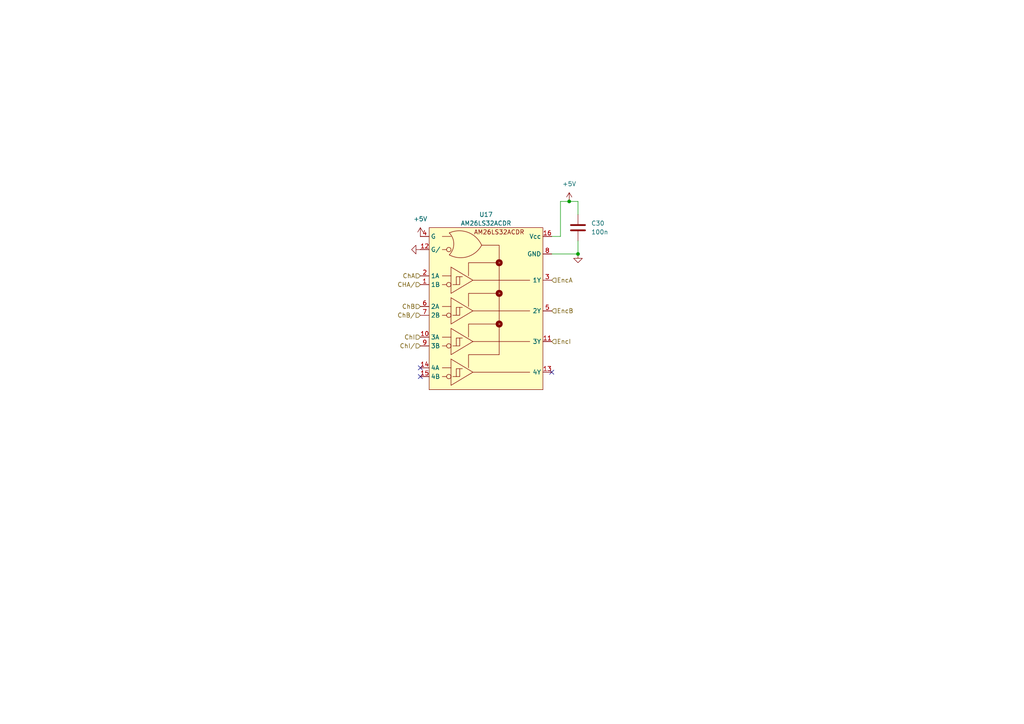
<source format=kicad_sch>
(kicad_sch (version 20250114) (generator "eeschema") (generator_version "9.0")
  (paper "A4")
  (lib_symbols
    (symbol "AM26LS32Ax:AM26LS32ACDR"
      (property "Reference" "U" (at 0 -22.86 0))
      (symbol "AM26LS32ACDR_0_1"
        (polyline (pts (xy -16.51 12.7) (xy -16.51 12.7)))
        (arc (start -10.668 23.876) (mid -9.3529 20.701) (end -10.668 17.526))
        (polyline (pts (xy -12.7 22.86) (xy -10.16 22.86)))
        (polyline (pts (xy -12.7 8.89) (xy -11.43 8.89)))
        (polyline (pts (xy -12.7 0) (xy -11.43 0)))
        (polyline (pts (xy -12.7 -8.89) (xy -11.43 -8.89)))
        (polyline (pts (xy -12.7 -17.78) (xy -11.43 -17.78)))
        (polyline (pts (xy -11.43 19.05) (xy -12.7 19.05)))
        (circle (center -10.795 19.05) (radius 0.635))
        (circle (center -10.795 8.89) (radius 0.635))
        (circle (center -10.795 0) (radius 0.635))
        (circle (center -10.795 -8.89) (radius 0.635))
        (circle (center -10.795 -17.78) (radius 0.635))
        (polyline (pts (xy -10.16 13.97) (xy -10.16 6.35) (xy -3.81 10.16) (xy -10.16 13.97)))
        (polyline (pts (xy -10.16 11.43) (xy -12.7 11.43)))
        (polyline (pts (xy -10.16 5.08) (xy -10.16 -2.54) (xy -3.81 1.27) (xy -10.16 5.08)))
        (polyline (pts (xy -10.16 2.54) (xy -12.7 2.54)))
        (polyline (pts (xy -10.16 -3.81) (xy -10.16 -11.43) (xy -3.81 -7.62) (xy -10.16 -3.81)))
        (polyline (pts (xy -10.16 -6.35) (xy -12.7 -6.35)))
        (polyline (pts (xy -10.16 -12.7) (xy -10.16 -20.32) (xy -3.81 -16.51) (xy -10.16 -12.7)))
        (polyline (pts (xy -10.16 -15.24) (xy -12.7 -15.24)))
        (arc (start -10.668 23.876) (mid -5.2325 24.0444) (end -1.27 20.32))
        (arc (start -1.27 20.32) (mid -5.3903 16.9767) (end -10.668 17.526))
        (polyline (pts (xy -3.81 10.16) (xy 11.43 10.16) (xy 12.7 10.16)))
        (polyline (pts (xy -3.81 1.27) (xy 11.43 1.27) (xy 12.7 1.27)))
        (polyline (pts (xy -3.81 -7.62) (xy 12.7 -7.62) (xy 12.7 -7.62)))
        (polyline (pts (xy -3.81 -16.51) (xy 12.7 -16.51) (xy 12.7 -16.51)))
        (polyline (pts (xy -1.27 20.32) (xy 3.81 20.32) (xy 3.81 -11.43)))
        (polyline (pts (xy 3.81 15.24) (xy -5.08 15.24) (xy -5.08 11.43)))
        (circle (center 3.81 15.24) (radius 0.0001))
        (polyline (pts (xy 3.81 6.35) (xy -5.08 6.35) (xy -5.08 2.54)))
        (polyline (pts (xy 3.81 -2.54) (xy -5.08 -2.54) (xy -5.08 -6.35)))
        (polyline (pts (xy 3.81 -11.43) (xy -5.08 -11.43) (xy -5.08 -15.24)))
      )
      (symbol "AM26LS32ACDR_1_1"
        (rectangle (start -16.51 25.4) (end 16.51 -21.59) (fill (type color) (color 255 255 194 1)))
        (polyline (pts (xy -8.636 8.89) (xy -7.62 8.89) (xy -7.62 11.176)))
        (polyline (pts (xy -8.636 0) (xy -7.62 0) (xy -7.62 2.286)))
        (polyline (pts (xy -8.636 -8.89) (xy -7.62 -8.89) (xy -7.62 -6.604)))
        (polyline (pts (xy -8.636 -17.78) (xy -7.62 -17.78) (xy -7.62 -15.494)))
        (polyline (pts (xy -6.858 11.176) (xy -8.636 11.176) (xy -8.636 8.89) (xy -9.652 8.89)))
        (polyline (pts (xy -6.858 2.286) (xy -8.636 2.286) (xy -8.636 0) (xy -9.652 0)))
        (polyline (pts (xy -6.858 -6.604) (xy -8.636 -6.604) (xy -8.636 -8.89) (xy -9.652 -8.89)))
        (polyline (pts (xy -6.858 -15.494) (xy -8.636 -15.494) (xy -8.636 -17.78) (xy -9.652 -17.78)))
        (circle (center 3.81 15.24) (radius 0.254) (stroke (width 0.762)))
        (circle (center 3.81 6.35) (radius 0.254) (stroke (width 0.762)))
        (circle (center 3.81 -2.54) (radius 0.254) (stroke (width 0.762)))
        (text "AM26LS32ACDR" (at 3.81 24.13 0) (effects (font (size 1.27 1.27))))
        (pin input line (at -19.05 22.86 0) (length 2.54) (name "G") (number "4"))
        (pin input line (at -19.05 19.05 0) (length 2.54) (name "G/") (number "12"))
        (pin input line (at -19.05 11.43 0) (length 2.54) (name "1A") (number "2"))
        (pin input line (at -19.05 8.89 0) (length 2.54) (name "1B") (number "1"))
        (pin input line (at -19.05 2.54 0) (length 2.54) (name "2A") (number "6"))
        (pin input line (at -19.05 0 0) (length 2.54) (name "2B") (number "7"))
        (pin input line (at -19.05 -6.35 0) (length 2.54) (name "3A") (number "10"))
        (pin input line (at -19.05 -8.89 0) (length 2.54) (name "3B") (number "9"))
        (pin input line (at -19.05 -15.24 0) (length 2.54) (name "4A") (number "14"))
        (pin input line (at -19.05 -17.78 0) (length 2.54) (name "4B") (number "15"))
        (pin power_in line (at 19.05 22.86 180) (length 2.54) (name "Vcc") (number "16"))
        (pin power_in line (at 19.05 17.78 180) (length 2.54) (name "GND") (number "8"))
        (pin output line (at 19.05 10.16 180) (length 2.54) (name "1Y") (number "3"))
        (pin output line (at 19.05 1.27 180) (length 2.54) (name "2Y") (number "5"))
        (pin output line (at 19.05 -7.62 180) (length 2.54) (name "3Y") (number "11"))
        (pin output line (at 19.05 -16.51 180) (length 2.54) (name "4Y") (number "13"))
      )
    )
    (symbol "Device:C" (pin_numbers (hide yes)) (pin_names (offset 0.254))
      (property "Reference" "C" (at 0.635 2.54 0))
      (property "Value" "C" (at 0.635 -2.54 0))
      (symbol "C_0_1"
        (polyline (pts (xy -2.032 0.762) (xy 2.032 0.762)) (stroke (width 0.508)))
        (polyline (pts (xy -2.032 -0.762) (xy 2.032 -0.762)) (stroke (width 0.508)))
      )
      (symbol "C_1_1"
        (pin passive line (at 0 3.81 270) (length 2.794) (name "~") (number "1"))
        (pin passive line (at 0 -3.81 90) (length 2.794) (name "~") (number "2"))
      )
    )
    (symbol "power:+5V" (power) (pin_numbers (hide yes)) (pin_names (offset 0) (hide yes))
      (property "Value" "+5V" (at 0 3.556 0))
      (symbol "+5V_0_1"
        (polyline (pts (xy -0.762 1.27) (xy 0 2.54)))
        (polyline (pts (xy 0 2.54) (xy 0.762 1.27)))
        (polyline (pts (xy 0 0) (xy 0 2.54)))
      )
      (symbol "+5V_1_1"
        (pin power_in line (at 0 0 90) (length 0) (name "~") (number "1"))
      )
    )
    (symbol "power:GND" (power) (pin_numbers (hide yes)) (pin_names (offset 0) (hide yes))
      (property "Value" "GND" (at 0 -3.81 0))
      (symbol "GND_0_1"
        (polyline (pts (xy 0 0) (xy 0 -1.27) (xy 1.27 -1.27) (xy 0 -2.54) (xy -1.27 -1.27) (xy 0 -1.27)))
      )
      (symbol "GND_1_1"
        (pin power_in line (at 0 0 270) (length 0) (name "~") (number "1"))
      )
    )
  )
  (junction (at 165.1 58.42))
  (junction (at 167.64 73.66))
  (no_connect (at 160.02 107.95))
  (no_connect (at 121.92 109.22))
  (no_connect (at 121.92 106.68))
  (wire (pts (xy 162.56 68.58) (xy 160.02 68.58)))
  (wire (pts (xy 167.64 58.42) (xy 165.1 58.42)))
  (wire (pts (xy 167.64 73.66) (xy 160.02 73.66)))
  (wire (pts (xy 165.1 58.42) (xy 162.56 58.42)))
  (wire (pts (xy 162.56 58.42) (xy 162.56 68.58)))
  (wire (pts (xy 167.64 69.85) (xy 167.64 73.66)))
  (wire (pts (xy 167.64 62.23) (xy 167.64 58.42)))
  (hierarchical_label "ChB{slash}" (shape input) (at 121.92 91.44 180))
  (hierarchical_label "ChI" (shape input) (at 121.92 97.79 180))
  (hierarchical_label "ChI{slash}" (shape input) (at 121.92 100.33 180))
  (hierarchical_label "CHA{slash}" (shape input) (at 121.92 82.55 180))
  (hierarchical_label "ChA" (shape input) (at 121.92 80.01 180))
  (hierarchical_label "EncB" (shape input) (at 160.02 90.17 0))
  (hierarchical_label "EncI" (shape input) (at 160.02 99.06 0))
  (hierarchical_label "EncA" (shape input) (at 160.02 81.28 0))
  (hierarchical_label "ChB" (shape input) (at 121.92 88.9 180))
  (symbol (lib_id "AM26LS32Ax:AM26LS32ACDR") (at 140.97 91.44 0) (unit 1)
    (property "Reference" "U16" (at 140.97 62.23 0))
    (property "Value" "AM26LS32ACDR" (at 140.97 64.77 0))
    (property "Footprint" "Package_SO:SOIC-16_3.9x9.9mm_P1.27mm" (effects (hide yes)))
    (property "Datasheet" "https://www.ti.com/lit/ds/symlink/am26ls32a.pdf?ts=1749891056023&ref_url=https%253A%252F%252Feu.mouser.com%252F" (effects (hide yes)))
    (instances (project "DRV8701_2Motors" (path "" (reference "U17") (unit 1)) (path "" (reference "U16") (unit 1))))
  )
  (symbol (lib_id "Device:C") (at 167.64 66.04 0) (unit 1)
    (property "Reference" "C29" (at 171.45 64.7699 0) (effects (justify left)))
    (property "Value" "100n" (at 171.45 67.3099 0) (effects (justify left)))
    (property "Footprint" "Capacitor_SMD:C_0402_1005Metric" (effects (hide yes)))
    (property "Description" "Unpolarized capacitor" (effects (hide yes)))
    (instances (project "DRV8701_2Motors" (path "" (reference "C30") (unit 1)) (path "" (reference "C29") (unit 1))))
  )
  (symbol (lib_id "power:GND") (at 167.64 73.66 0) (unit 1)
    (property "Reference" "#PWR059" (effects (hide yes)))
    (property "Value" "GND" (effects (hide yes)))
    (property "Description" "Power symbol creates a global label with name \"GND\" , ground" (effects (hide yes)))
    (instances (project "DRV8701_2Motors" (path "" (reference "#PWR063") (unit 1)) (path "" (reference "#PWR059") (unit 1))))
  )
  (symbol (lib_id "power:GND") (at 121.92 72.39 270) (unit 1)
    (property "Reference" "#PWR057" (effects (hide yes)))
    (property "Value" "GND" (effects (hide yes)))
    (property "Description" "Power symbol creates a global label with name \"GND\" , ground" (effects (hide yes)))
    (instances (project "DRV8701_2Motors" (path "" (reference "#PWR061") (unit 1)) (path "" (reference "#PWR057") (unit 1))))
  )
  (symbol (lib_id "power:+5V") (at 121.92 68.58 0) (unit 1)
    (property "Reference" "#PWR056" (effects (hide yes)))
    (property "Value" "+5V" (at 121.92 63.5 0))
    (property "Description" "Power symbol creates a global label with name \"+5V\"" (effects (hide yes)))
    (instances (project "DRV8701_2Motors" (path "" (reference "#PWR060") (unit 1)) (path "" (reference "#PWR056") (unit 1))))
  )
  (symbol (lib_id "power:+5V") (at 165.1 58.42 0) (unit 1)
    (property "Reference" "#PWR058" (effects (hide yes)))
    (property "Value" "+5V" (at 165.1 53.34 0))
    (property "Description" "Power symbol creates a global label with name \"+5V\"" (effects (hide yes)))
    (instances (project "DRV8701_2Motors" (path "" (reference "#PWR062") (unit 1)) (path "" (reference "#PWR058") (unit 1))))
  )
)
</source>
